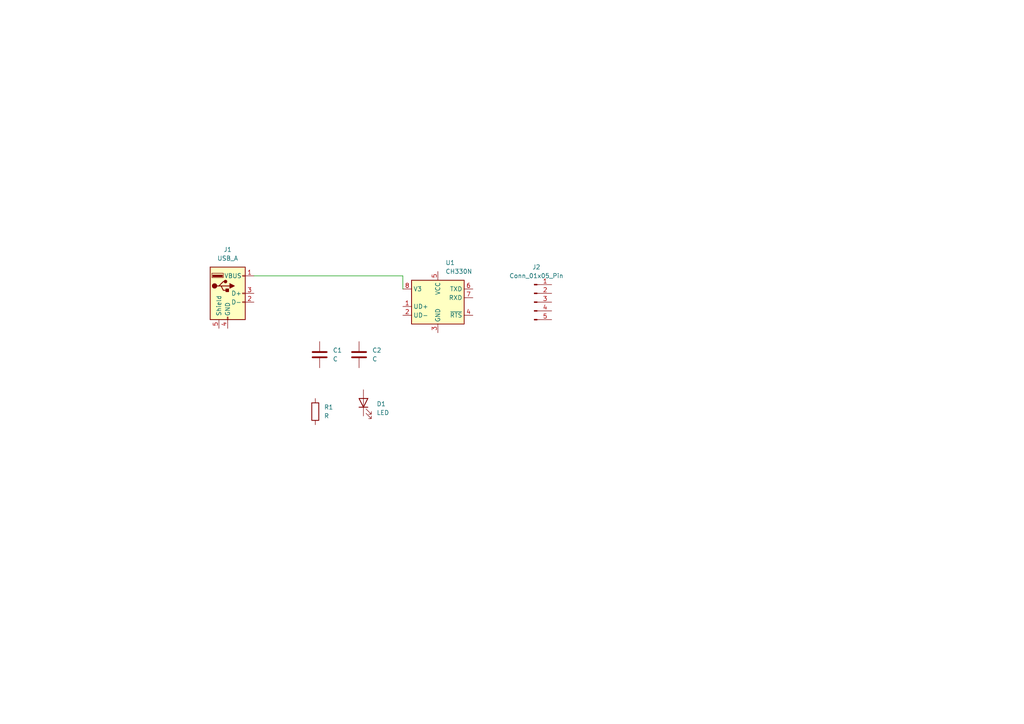
<source format=kicad_sch>
(kicad_sch (version 20230121) (generator eeschema)
  (paper "A4")
  (lib_symbols
    (symbol "Connector:Conn_01x05_Pin" (pin_names (offset 1.016) hide)
      (property "Reference" "J" (at 0 7.62 0))
      (property "Value" "Conn_01x05_Pin" (at 0 -7.62 0))
      (symbol "Conn_01x05_Pin_1_1"
        (polyline (pts (xy 1.27 -5.08) (xy 0.8636 -5.08)) (stroke (width 0.1524)))
        (polyline (pts (xy 1.27 -2.54) (xy 0.8636 -2.54)) (stroke (width 0.1524)))
        (polyline (pts (xy 1.27 0) (xy 0.8636 0)) (stroke (width 0.1524)))
        (polyline (pts (xy 1.27 2.54) (xy 0.8636 2.54)) (stroke (width 0.1524)))
        (polyline (pts (xy 1.27 5.08) (xy 0.8636 5.08)) (stroke (width 0.1524)))
        (rectangle (start 0.8636 -4.953) (end 0 -5.207) (stroke (width 0.1524)) (fill (type outline)))
        (rectangle (start 0.8636 -2.413) (end 0 -2.667) (stroke (width 0.1524)) (fill (type outline)))
        (rectangle (start 0.8636 0.127) (end 0 -0.127) (stroke (width 0.1524)) (fill (type outline)))
        (rectangle (start 0.8636 2.667) (end 0 2.413) (stroke (width 0.1524)) (fill (type outline)))
        (rectangle (start 0.8636 5.207) (end 0 4.953) (stroke (width 0.1524)) (fill (type outline)))
        (pin passive line (at 5.08 5.08 180) (length 3.81) (name "Pin_1") (number "1"))
        (pin passive line (at 5.08 2.54 180) (length 3.81) (name "Pin_2") (number "2"))
        (pin passive line (at 5.08 0 180) (length 3.81) (name "Pin_3") (number "3"))
        (pin passive line (at 5.08 -2.54 180) (length 3.81) (name "Pin_4") (number "4"))
        (pin passive line (at 5.08 -5.08 180) (length 3.81) (name "Pin_5") (number "5"))
      )
    )
    (symbol "Connector:USB_A" (pin_names (offset 1.016))
      (property "Reference" "J" (at -5.08 11.43 0))
      (property "Value" "USB_A" (at -5.08 8.89 0))
      (symbol "USB_A_0_1"
        (rectangle (start -5.08 -7.62) (end 5.08 7.62) (stroke (width 0.254)) (fill (type background)))
        (circle (center -3.81 2.159) (radius 0.635) (stroke (width 0.254)) (fill (type outline)))
        (rectangle (start -1.524 4.826) (end -4.318 5.334) (fill (type outline)))
        (rectangle (start -1.27 4.572) (end -4.572 5.842))
        (circle (center -0.635 3.429) (radius 0.381) (stroke (width 0.254)) (fill (type outline)))
        (rectangle (start -0.127 -7.62) (end 0.127 -6.858))
        (polyline (pts (xy -3.175 2.159) (xy -2.54 2.159) (xy -1.27 3.429) (xy -0.635 3.429)) (stroke (width 0.254)))
        (polyline (pts (xy -2.54 2.159) (xy -1.905 2.159) (xy -1.27 0.889) (xy 0 0.889)) (stroke (width 0.254)))
        (polyline (pts (xy 0.635 2.794) (xy 0.635 1.524) (xy 1.905 2.159) (xy 0.635 2.794)) (stroke (width 0.254)) (fill (type outline)))
        (rectangle (start 0.254 1.27) (end -0.508 0.508) (stroke (width 0.254)) (fill (type outline)))
        (rectangle (start 5.08 -2.667) (end 4.318 -2.413))
        (rectangle (start 5.08 -0.127) (end 4.318 0.127))
        (rectangle (start 5.08 4.953) (end 4.318 5.207))
      )
      (symbol "USB_A_1_1"
        (polyline (pts (xy -1.905 2.159) (xy 0.635 2.159)) (stroke (width 0.254)))
        (pin power_in line (at 7.62 5.08 180) (length 2.54) (name "VBUS") (number "1"))
        (pin bidirectional line (at 7.62 -2.54 180) (length 2.54) (name "D-") (number "2"))
        (pin bidirectional line (at 7.62 0 180) (length 2.54) (name "D+") (number "3"))
        (pin power_in line (at 0 -10.16 90) (length 2.54) (name "GND") (number "4"))
        (pin passive line (at -2.54 -10.16 90) (length 2.54) (name "Shield") (number "5"))
      )
    )
    (symbol "Device:C" (pin_numbers hide) (pin_names (offset 0.254))
      (property "Reference" "C" (at 0.635 2.54 0))
      (property "Value" "C" (at 0.635 -2.54 0))
      (symbol "C_0_1"
        (polyline (pts (xy -2.032 -0.762) (xy 2.032 -0.762)) (stroke (width 0.508)))
        (polyline (pts (xy -2.032 0.762) (xy 2.032 0.762)) (stroke (width 0.508)))
      )
      (symbol "C_1_1"
        (pin passive line (at 0 3.81 270) (length 2.794) (name "~") (number "1"))
        (pin passive line (at 0 -3.81 90) (length 2.794) (name "~") (number "2"))
      )
    )
    (symbol "Device:LED" (pin_numbers hide) (pin_names (offset 1.016) hide)
      (property "Reference" "D" (at 0 2.54 0))
      (property "Value" "LED" (at 0 -2.54 0))
      (symbol "LED_0_1"
        (polyline (pts (xy -1.27 -1.27) (xy -1.27 1.27)) (stroke (width 0.254)))
        (polyline (pts (xy -1.27 0) (xy 1.27 0)))
        (polyline (pts (xy 1.27 -1.27) (xy 1.27 1.27) (xy -1.27 0) (xy 1.27 -1.27)) (stroke (width 0.254)))
        (polyline (pts (xy -3.048 -0.762) (xy -4.572 -2.286) (xy -3.81 -2.286) (xy -4.572 -2.286) (xy -4.572 -1.524)))
        (polyline (pts (xy -1.778 -0.762) (xy -3.302 -2.286) (xy -2.54 -2.286) (xy -3.302 -2.286) (xy -3.302 -1.524)))
      )
      (symbol "LED_1_1"
        (pin passive line (at -3.81 0 0) (length 2.54) (name "K") (number "1"))
        (pin passive line (at 3.81 0 180) (length 2.54) (name "A") (number "2"))
      )
    )
    (symbol "Device:R" (pin_numbers hide) (pin_names (offset 0))
      (property "Reference" "R" (at 2.032 0 90))
      (property "Value" "R" (at 0 0 90))
      (symbol "R_0_1"
        (rectangle (start -1.016 -2.54) (end 1.016 2.54) (stroke (width 0.254)))
      )
      (symbol "R_1_1"
        (pin passive line (at 0 3.81 270) (length 1.27) (name "~") (number "1"))
        (pin passive line (at 0 -3.81 90) (length 1.27) (name "~") (number "2"))
      )
    )
    (symbol "Interface_USB:CH330N"
      (property "Reference" "U" (at -7.62 6.35 0))
      (property "Value" "CH330N" (at 7.62 6.35 0))
      (symbol "CH330N_0_1"
        (rectangle (start -7.62 5.08) (end 7.62 -7.62) (stroke (width 0.254)) (fill (type background)))
      )
      (symbol "CH330N_1_1"
        (pin bidirectional line (at -10.16 -2.54 0) (length 2.54) (name "UD+") (number "1"))
        (pin bidirectional line (at -10.16 -5.08 0) (length 2.54) (name "UD-") (number "2"))
        (pin power_in line (at 0 -10.16 90) (length 2.54) (name "GND") (number "3"))
        (pin output line (at 10.16 -5.08 180) (length 2.54) (name "~{RTS}") (number "4"))
        (pin power_in line (at 0 7.62 270) (length 2.54) (name "VCC") (number "5"))
        (pin output line (at 10.16 2.54 180) (length 2.54) (name "TXD") (number "6"))
        (pin input line (at 10.16 0 180) (length 2.54) (name "RXD") (number "7"))
        (pin passive line (at -10.16 2.54 0) (length 2.54) (name "V3") (number "8"))
      )
    )
  )
  (wire (pts (xy 116.84 80.01) (xy 116.84 83.82)))
  (wire (pts (xy 73.66 80.01) (xy 116.84 80.01)))
  (symbol (lib_id "Device:C") (at 104.14 102.87 0) (unit 1)
    (property "Reference" "C2" (at 107.95 101.6 0) (effects (justify left)))
    (property "Value" "C" (at 107.95 104.14 0) (effects (justify left)))
  )
  (symbol (lib_id "Device:R") (at 91.44 119.38 0) (unit 1)
    (property "Reference" "R1" (at 93.98 118.11 0) (effects (justify left)))
    (property "Value" "R" (at 93.98 120.65 0) (effects (justify left)))
  )
  (symbol (lib_id "Connector:Conn_01x05_Pin") (at 154.94 87.63 0) (unit 1)
    (property "Reference" "J2" (at 155.575 77.47 0))
    (property "Value" "Conn_01x05_Pin" (at 155.575 80.01 0))
  )
  (symbol (lib_id "Connector:USB_A") (at 66.04 85.09 0) (unit 1)
    (property "Reference" "J1" (at 66.04 72.39 0))
    (property "Value" "USB_A" (at 66.04 74.93 0))
    (property "Datasheet" " ~" (effects hide))
  )
  (symbol (lib_id "Device:LED") (at 105.41 116.84 90) (unit 1)
    (property "Reference" "D1" (at 109.22 117.1575 90) (effects (justify right)))
    (property "Value" "LED" (at 109.22 119.6975 90) (effects (justify right)))
  )
  (symbol (lib_id "Device:C") (at 92.71 102.87 0) (unit 1)
    (property "Reference" "C1" (at 96.52 101.6 0) (effects (justify left)))
    (property "Value" "C" (at 96.52 104.14 0) (effects (justify left)))
  )
  (symbol (lib_id "Interface_USB:CH330N") (at 127 86.36 0) (unit 1)
    (property "Reference" "U1" (at 129.1941 76.2 0) (effects (justify left)))
    (property "Value" "CH330N" (at 129.1941 78.74 0) (effects (justify left)))
    (property "Footprint" "Package_SO:SOIC-8_3.9x4.9mm_P1.27mm" (effects hide))
    (property "Datasheet" "http://www.wch.cn/downloads/file/240.html" (effects hide))
  )
)
</source>
